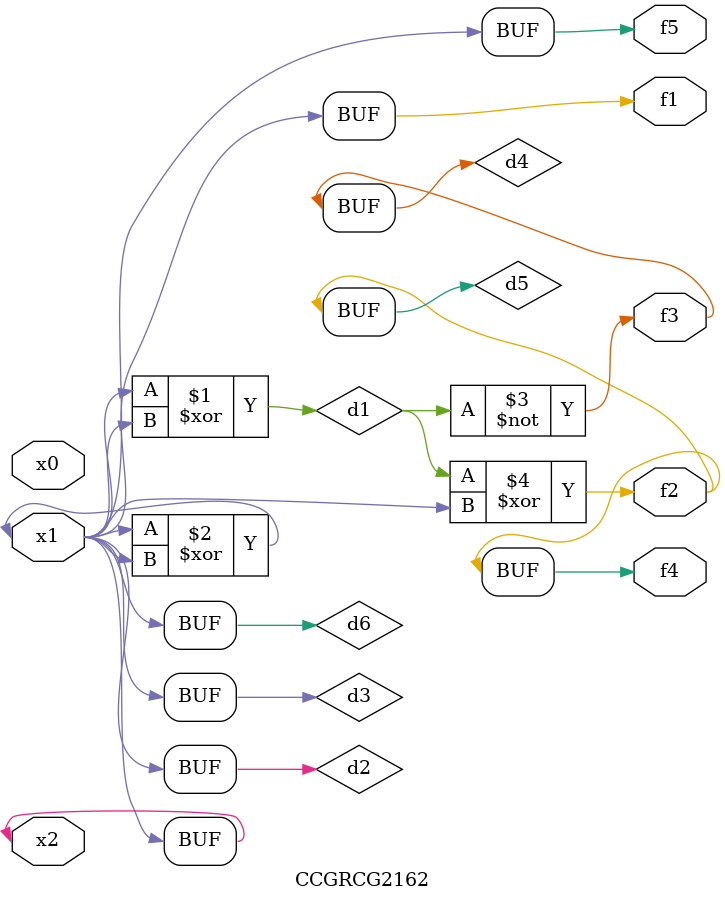
<source format=v>
module CCGRCG2162(
	input x0, x1, x2,
	output f1, f2, f3, f4, f5
);

	wire d1, d2, d3, d4, d5, d6;

	xor (d1, x1, x2);
	buf (d2, x1, x2);
	xor (d3, x1, x2);
	nor (d4, d1);
	xor (d5, d1, d2);
	buf (d6, d2, d3);
	assign f1 = d6;
	assign f2 = d5;
	assign f3 = d4;
	assign f4 = d5;
	assign f5 = d6;
endmodule

</source>
